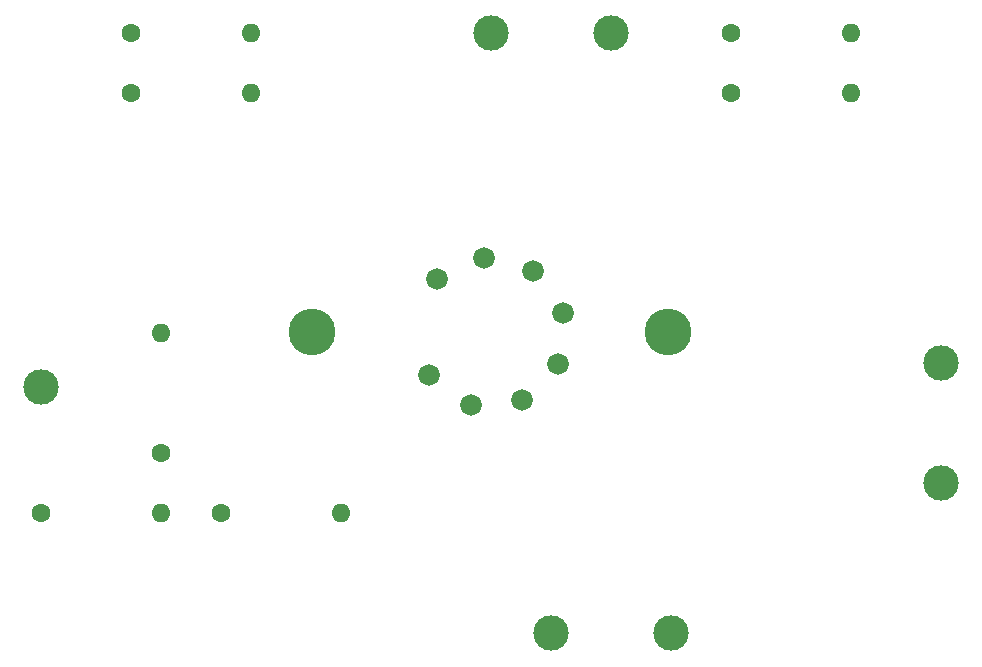
<source format=gbr>
%TF.GenerationSoftware,KiCad,Pcbnew,5.1.8+dfsg1-1+b1*%
%TF.CreationDate,2021-08-06T11:41:16-05:00*%
%TF.ProjectId,to-3-opamp-prototype,746f2d33-2d6f-4706-916d-702d70726f74,A*%
%TF.SameCoordinates,Original*%
%TF.FileFunction,Copper,L1,Top*%
%TF.FilePolarity,Positive*%
%FSLAX46Y46*%
G04 Gerber Fmt 4.6, Leading zero omitted, Abs format (unit mm)*
G04 Created by KiCad (PCBNEW 5.1.8+dfsg1-1+b1) date 2021-08-06 11:41:16*
%MOMM*%
%LPD*%
G01*
G04 APERTURE LIST*
%TA.AperFunction,ComponentPad*%
%ADD10O,1.600000X1.600000*%
%TD*%
%TA.AperFunction,ComponentPad*%
%ADD11C,1.600000*%
%TD*%
%TA.AperFunction,ComponentPad*%
%ADD12C,3.000000*%
%TD*%
%TA.AperFunction,ComponentPad*%
%ADD13C,3.962400*%
%TD*%
%TA.AperFunction,ComponentPad*%
%ADD14C,1.828800*%
%TD*%
G04 APERTURE END LIST*
D10*
%TO.P,R3,2*%
%TO.N,Net-(C2-Pad2)*%
X81280000Y-63500000D03*
D11*
%TO.P,R3,1*%
%TO.N,Net-(C1-Pad1)*%
X71120000Y-63500000D03*
%TD*%
D10*
%TO.P,R2,2*%
%TO.N,Net-(C3-Pad2)*%
X132080000Y-63500000D03*
D11*
%TO.P,R2,1*%
%TO.N,Net-(C3-Pad1)*%
X121920000Y-63500000D03*
%TD*%
D10*
%TO.P,R1,2*%
%TO.N,Net-(C1-Pad2)*%
X88900000Y-104140000D03*
D11*
%TO.P,R1,1*%
%TO.N,Net-(C1-Pad1)*%
X78740000Y-104140000D03*
%TD*%
D10*
%TO.P,C4,2*%
%TO.N,Net-(C2-Pad2)*%
X81280000Y-68580000D03*
D11*
%TO.P,C4,1*%
%TO.N,Net-(C1-Pad1)*%
X71120000Y-68580000D03*
%TD*%
D10*
%TO.P,C3,2*%
%TO.N,Net-(C3-Pad2)*%
X132080000Y-68580000D03*
D11*
%TO.P,C3,1*%
%TO.N,Net-(C3-Pad1)*%
X121920000Y-68580000D03*
%TD*%
D10*
%TO.P,C2,2*%
%TO.N,Net-(C2-Pad2)*%
X73660000Y-88900000D03*
D11*
%TO.P,C2,1*%
%TO.N,Net-(C1-Pad2)*%
X73660000Y-99060000D03*
%TD*%
D10*
%TO.P,C1,2*%
%TO.N,Net-(C1-Pad2)*%
X73660000Y-104140000D03*
D11*
%TO.P,C1,1*%
%TO.N,Net-(C1-Pad1)*%
X63500000Y-104140000D03*
%TD*%
D12*
%TO.P,TP7,1*%
%TO.N,Net-(C2-Pad2)*%
X101600000Y-63500000D03*
%TD*%
%TO.P,TP6,1*%
%TO.N,Net-(C3-Pad1)*%
X111760000Y-63500000D03*
%TD*%
%TO.P,TP5,1*%
%TO.N,Net-(C3-Pad2)*%
X139700000Y-91440000D03*
%TD*%
%TO.P,TP4,1*%
%TO.N,Net-(TP4-Pad1)*%
X139700000Y-101600000D03*
%TD*%
%TO.P,TP3,1*%
%TO.N,Net-(TP3-Pad1)*%
X116840000Y-114300000D03*
%TD*%
%TO.P,TP2,1*%
%TO.N,Net-(C1-Pad2)*%
X106680000Y-114300000D03*
%TD*%
%TO.P,TP1,1*%
%TO.N,Net-(C1-Pad1)*%
X63500000Y-93472000D03*
%TD*%
D13*
%TO.P,U1,10*%
%TO.N,N/C*%
X86430528Y-88818128D03*
%TO.P,U1,9*%
X116605728Y-88818128D03*
D14*
%TO.P,U1,1*%
%TO.N,Net-(C1-Pad1)*%
X96316513Y-92456000D03*
%TO.P,U1,2*%
%TO.N,Net-(C1-Pad2)*%
X99874626Y-94951758D03*
%TO.P,U1,3*%
%TO.N,Net-(TP3-Pad1)*%
X104201755Y-94573182D03*
%TO.P,U1,4*%
%TO.N,Net-(TP4-Pad1)*%
X107273182Y-91501755D03*
%TO.P,U1,5*%
%TO.N,Net-(C3-Pad2)*%
X107651758Y-87174626D03*
%TO.P,U1,6*%
%TO.N,Net-(C3-Pad1)*%
X105160338Y-83616513D03*
%TO.P,U1,7*%
%TO.N,Net-(C2-Pad2)*%
X100964690Y-82492291D03*
%TO.P,U1,8*%
%TO.N,N/C*%
X97028000Y-84328000D03*
%TD*%
M02*

</source>
